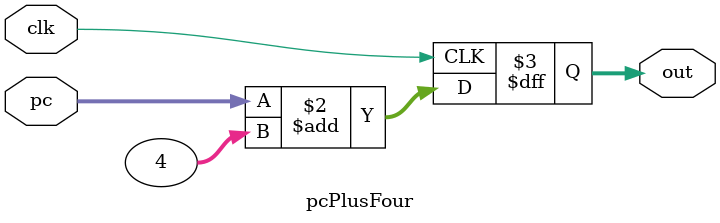
<source format=v>
module pcPlusFour (clk, pc, out);
	input      clk;
   input      [31:0] pc;
   output	  [31:0] out;
   reg        [31:0] out;
    // Register with active-high clock
   always @ (posedge clk)
      out <= pc + 4;
    
endmodule	// programCounter32
</source>
